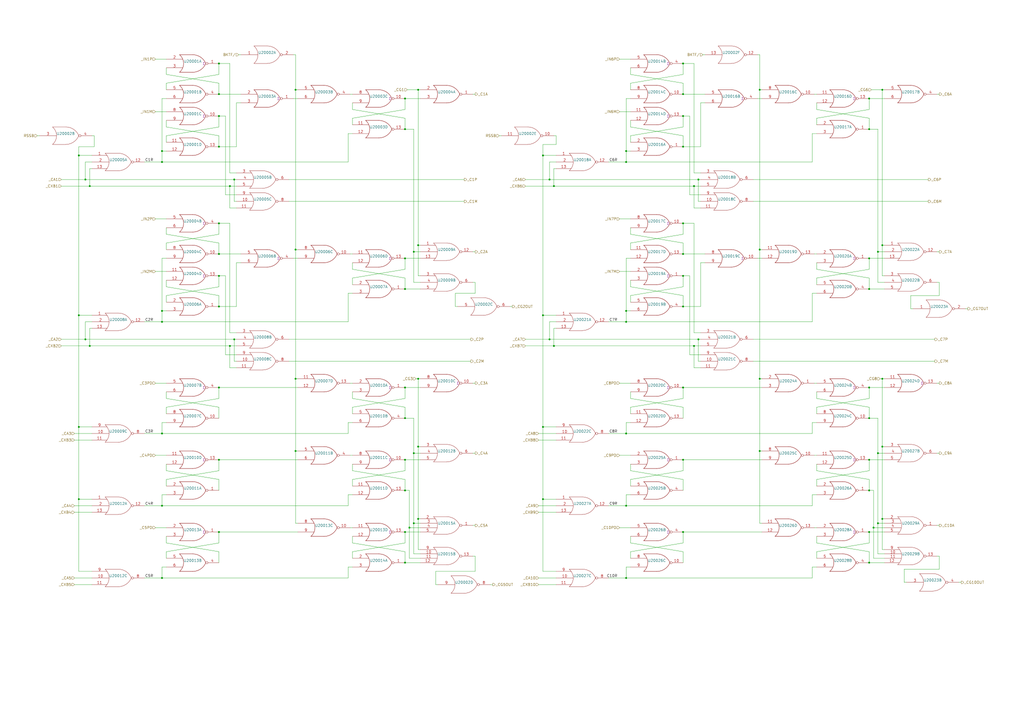
<source format=kicad_sch>
(kicad_sch (version 20211123) (generator eeschema)
  (paper "A2")
  (junction (at 440.69 144.78))
  (junction (at 318.77 104.14))
  (junction (at 504.19 224.79))
  (junction (at 133.35 107.95))
  (junction (at 242.57 219.71))
  (junction (at 234.95 224.79))
  (junction (at 234.95 326.39))
  (junction (at 506.73 306.07))
  (junction (at 363.22 93.98))
  (junction (at 511.81 142.24))
  (junction (at 363.22 335.28))
  (junction (at 509.27 262.89))
  (junction (at 504.19 284.48))
  (junction (at 240.03 262.89))
  (junction (at 234.95 266.7))
  (junction (at 234.95 308.61))
  (junction (at 242.57 300.99))
  (junction (at 127 67.31))
  (junction (at 127 224.79))
  (junction (at 396.24 36.83))
  (junction (at 93.98 335.28))
  (junction (at 135.89 104.14))
  (junction (at 127 85.09))
  (junction (at 396.24 85.09))
  (junction (at 511.81 219.71))
  (junction (at 363.22 180.34))
  (junction (at 234.95 167.64))
  (junction (at 45.72 182.88))
  (junction (at 363.22 87.63))
  (junction (at 396.24 129.54))
  (junction (at 511.81 300.99))
  (junction (at 234.95 242.57))
  (junction (at 402.59 200.66))
  (junction (at 504.19 74.93))
  (junction (at 405.13 196.85))
  (junction (at 93.98 293.37))
  (junction (at 234.95 284.48))
  (junction (at 45.72 289.56))
  (junction (at 504.19 57.15))
  (junction (at 504.19 266.7))
  (junction (at 396.24 147.32))
  (junction (at 504.19 308.61))
  (junction (at 363.22 293.37))
  (junction (at 242.57 259.08))
  (junction (at 321.31 200.66))
  (junction (at 127 266.7))
  (junction (at 396.24 177.8))
  (junction (at 127 177.8))
  (junction (at 240.03 303.53))
  (junction (at 504.19 326.39))
  (junction (at 440.69 219.71))
  (junction (at 171.45 219.71))
  (junction (at 504.19 242.57))
  (junction (at 127 36.83))
  (junction (at 93.98 251.46))
  (junction (at 234.95 74.93))
  (junction (at 237.49 306.07))
  (junction (at 509.27 303.53))
  (junction (at 396.24 160.02))
  (junction (at 52.07 107.95))
  (junction (at 396.24 54.61))
  (junction (at 321.31 107.95))
  (junction (at 504.19 167.64))
  (junction (at 396.24 266.7))
  (junction (at 242.57 142.24))
  (junction (at 93.98 180.34))
  (junction (at 402.59 107.95))
  (junction (at 314.96 182.88))
  (junction (at 314.96 90.17))
  (junction (at 440.69 261.62))
  (junction (at 240.03 146.05))
  (junction (at 242.57 52.07))
  (junction (at 396.24 67.31))
  (junction (at 511.81 52.07))
  (junction (at 127 147.32))
  (junction (at 234.95 57.15))
  (junction (at 45.72 247.65))
  (junction (at 93.98 186.69))
  (junction (at 405.13 104.14))
  (junction (at 314.96 247.65))
  (junction (at 318.77 196.85))
  (junction (at 49.53 104.14))
  (junction (at 511.81 259.08))
  (junction (at 133.35 200.66))
  (junction (at 135.89 196.85))
  (junction (at 49.53 196.85))
  (junction (at 363.22 186.69))
  (junction (at 93.98 87.63))
  (junction (at 504.19 149.86))
  (junction (at 171.45 52.07))
  (junction (at 127 308.61))
  (junction (at 234.95 149.86))
  (junction (at 127 160.02))
  (junction (at 127 129.54))
  (junction (at 363.22 251.46))
  (junction (at 45.72 90.17))
  (junction (at 396.24 308.61))
  (junction (at 396.24 224.79))
  (junction (at 509.27 146.05))
  (junction (at 93.98 93.98))
  (junction (at 440.69 52.07))
  (junction (at 314.96 289.56))
  (junction (at 127 54.61))
  (junction (at 171.45 261.62))
  (junction (at 52.07 200.66))
  (junction (at 171.45 144.78))
  (wire (pts (xy 441.96 266.7) (xy 396.24 266.7)))
  (wire (pts (xy 127 320.04) (xy 96.52 314.96)))
  (wire (pts (xy 137.16 85.09) (xy 137.16 59.69)))
  (wire (pts (xy 506.73 284.48) (xy 506.73 306.07)))
  (wire (pts (xy 45.72 182.88) (xy 45.72 247.65)))
  (wire (pts (xy 133.35 129.54) (xy 133.35 193.04)))
  (wire (pts (xy 170.18 149.86) (xy 172.72 149.86)))
  (wire (pts (xy 93.98 87.63) (xy 96.52 87.63)))
  (wire (pts (xy 365.76 171.45) (xy 365.76 175.26)))
  (wire (pts (xy 234.95 57.15) (xy 243.84 57.15)))
  (wire (pts (xy 363.22 57.15) (xy 363.22 87.63)))
  (wire (pts (xy 240.03 303.53) (xy 240.03 321.31)))
  (wire (pts (xy 509.27 262.89) (xy 513.08 262.89)))
  (wire (pts (xy 363.22 87.63) (xy 363.22 93.98)))
  (wire (pts (xy 396.24 278.13) (xy 365.76 273.05)))
  (wire (pts (xy 353.06 335.28) (xy 363.22 335.28)))
  (wire (pts (xy 172.72 308.61) (xy 127 308.61)))
  (wire (pts (xy 49.53 196.85) (xy 49.53 186.69)))
  (wire (pts (xy 171.45 52.07) (xy 172.72 52.07)))
  (wire (pts (xy 504.19 57.15) (xy 504.19 63.5)))
  (wire (pts (xy 396.24 314.96) (xy 365.76 320.04)))
  (wire (pts (xy 314.96 182.88) (xy 322.58 182.88)))
  (wire (pts (xy 96.52 127) (xy 90.17 127)))
  (wire (pts (xy 472.44 264.16) (xy 473.71 264.16)))
  (wire (pts (xy 504.19 149.86) (xy 513.08 149.86)))
  (wire (pts (xy 312.42 293.37) (xy 322.58 293.37)))
  (wire (pts (xy 504.19 74.93) (xy 509.27 74.93)))
  (wire (pts (xy 172.72 266.7) (xy 127 266.7)))
  (wire (pts (xy 127 85.09) (xy 127 78.74)))
  (wire (pts (xy 96.52 166.37) (xy 96.52 162.56)))
  (wire (pts (xy 440.69 261.62) (xy 440.69 303.53)))
  (wire (pts (xy 127 54.61) (xy 127 48.26)))
  (wire (pts (xy 363.22 293.37) (xy 471.17 293.37)))
  (wire (pts (xy 439.42 31.75) (xy 440.69 31.75)))
  (wire (pts (xy 504.19 63.5) (xy 473.71 68.58)))
  (wire (pts (xy 544.83 54.61) (xy 543.56 54.61)))
  (wire (pts (xy 171.45 52.07) (xy 171.45 144.78)))
  (wire (pts (xy 93.98 57.15) (xy 96.52 57.15)))
  (wire (pts (xy 321.31 200.66) (xy 402.59 200.66)))
  (wire (pts (xy 440.69 261.62) (xy 441.96 261.62)))
  (wire (pts (xy 365.76 157.48) (xy 359.41 157.48)))
  (wire (pts (xy 363.22 251.46) (xy 471.17 251.46)))
  (wire (pts (xy 53.34 255.27) (xy 43.18 255.27)))
  (wire (pts (xy 234.95 273.05) (xy 204.47 278.13)))
  (wire (pts (xy 96.52 135.89) (xy 96.52 132.08)))
  (wire (pts (xy 96.52 278.13) (xy 96.52 281.94)))
  (wire (pts (xy 318.77 104.14) (xy 318.77 93.98)))
  (wire (pts (xy 45.72 331.47) (xy 53.34 331.47)))
  (wire (pts (xy 406.4 177.8) (xy 406.4 152.4)))
  (wire (pts (xy 127 73.66) (xy 96.52 78.74)))
  (wire (pts (xy 96.52 222.25) (xy 90.17 222.25)))
  (wire (pts (xy 127 135.89) (xy 96.52 140.97)))
  (wire (pts (xy 365.76 48.26) (xy 365.76 52.07)))
  (wire (pts (xy 275.59 54.61) (xy 274.32 54.61)))
  (wire (pts (xy 203.2 54.61) (xy 204.47 54.61)))
  (wire (pts (xy 314.96 289.56) (xy 314.96 331.47)))
  (wire (pts (xy 365.76 236.22) (xy 365.76 240.03)))
  (wire (pts (xy 234.95 63.5) (xy 204.47 68.58)))
  (wire (pts (xy 93.98 87.63) (xy 93.98 93.98)))
  (wire (pts (xy 96.52 171.45) (xy 96.52 175.26)))
  (wire (pts (xy 406.4 152.4) (xy 408.94 152.4)))
  (wire (pts (xy 201.93 93.98) (xy 201.93 77.47)))
  (wire (pts (xy 135.89 209.55) (xy 137.16 209.55)))
  (wire (pts (xy 52.07 97.79) (xy 52.07 107.95)))
  (wire (pts (xy 406.4 59.69) (xy 408.94 59.69)))
  (wire (pts (xy 133.35 200.66) (xy 137.16 200.66)))
  (wire (pts (xy 240.03 321.31) (xy 243.84 321.31)))
  (wire (pts (xy 365.76 278.13) (xy 365.76 281.94)))
  (wire (pts (xy 318.77 196.85) (xy 405.13 196.85)))
  (wire (pts (xy 167.64 196.85) (xy 273.05 196.85)))
  (wire (pts (xy 473.71 161.29) (xy 473.71 165.1)))
  (wire (pts (xy 314.96 247.65) (xy 322.58 247.65)))
  (wire (pts (xy 353.06 186.69) (xy 363.22 186.69)))
  (wire (pts (xy 127 85.09) (xy 137.16 85.09)))
  (wire (pts (xy 396.24 308.61) (xy 396.24 314.96)))
  (wire (pts (xy 400.05 205.74) (xy 406.4 205.74)))
  (wire (pts (xy 252.73 339.09) (xy 252.73 331.47)))
  (wire (pts (xy 234.95 231.14) (xy 204.47 236.22)))
  (wire (pts (xy 365.76 64.77) (xy 359.41 64.77)))
  (wire (pts (xy 363.22 149.86) (xy 363.22 180.34)))
  (wire (pts (xy 318.77 93.98) (xy 322.58 93.98)))
  (wire (pts (xy 96.52 236.22) (xy 96.52 240.03)))
  (wire (pts (xy 504.19 149.86) (xy 504.19 156.21)))
  (wire (pts (xy 234.95 161.29) (xy 204.47 156.21)))
  (wire (pts (xy 504.19 320.04) (xy 473.71 314.96)))
  (wire (pts (xy 203.2 147.32) (xy 204.47 147.32)))
  (wire (pts (xy 363.22 245.11) (xy 365.76 245.11)))
  (wire (pts (xy 511.81 259.08) (xy 513.08 259.08)))
  (wire (pts (xy 471.17 251.46) (xy 471.17 245.11)))
  (wire (pts (xy 127 231.14) (xy 96.52 236.22)))
  (wire (pts (xy 363.22 57.15) (xy 365.76 57.15)))
  (wire (pts (xy 363.22 328.93) (xy 365.76 328.93)))
  (wire (pts (xy 242.57 219.71) (xy 243.84 219.71)))
  (wire (pts (xy 96.52 157.48) (xy 90.17 157.48)))
  (wire (pts (xy 203.2 264.16) (xy 204.47 264.16)))
  (wire (pts (xy 204.47 320.04) (xy 204.47 323.85)))
  (wire (pts (xy 234.95 236.22) (xy 204.47 231.14)))
  (wire (pts (xy 171.45 31.75) (xy 171.45 52.07)))
  (wire (pts (xy 96.52 306.07) (xy 90.17 306.07)))
  (wire (pts (xy 504.19 236.22) (xy 473.71 231.14)))
  (wire (pts (xy 473.71 320.04) (xy 473.71 323.85)))
  (wire (pts (xy 363.22 287.02) (xy 365.76 287.02)))
  (wire (pts (xy 504.19 224.79) (xy 513.08 224.79)))
  (wire (pts (xy 396.24 273.05) (xy 365.76 278.13)))
  (wire (pts (xy 96.52 64.77) (xy 90.17 64.77)))
  (wire (pts (xy 171.45 303.53) (xy 172.72 303.53)))
  (wire (pts (xy 96.52 320.04) (xy 96.52 323.85)))
  (wire (pts (xy 275.59 170.18) (xy 275.59 163.83)))
  (wire (pts (xy 365.76 135.89) (xy 365.76 132.08)))
  (wire (pts (xy 240.03 262.89) (xy 243.84 262.89)))
  (wire (pts (xy 544.83 146.05) (xy 543.56 146.05)))
  (wire (pts (xy 353.06 251.46) (xy 363.22 251.46)))
  (wire (pts (xy 93.98 180.34) (xy 96.52 180.34)))
  (wire (pts (xy 127 67.31) (xy 127 73.66)))
  (wire (pts (xy 22.86 78.74) (xy 21.59 78.74)))
  (wire (pts (xy 52.07 190.5) (xy 52.07 200.66)))
  (wire (pts (xy 49.53 186.69) (xy 53.34 186.69)))
  (wire (pts (xy 127 236.22) (xy 96.52 231.14)))
  (wire (pts (xy 318.77 104.14) (xy 405.13 104.14)))
  (wire (pts (xy 53.34 297.18) (xy 43.18 297.18)))
  (wire (pts (xy 304.8 200.66) (xy 321.31 200.66)))
  (wire (pts (xy 543.56 322.58) (xy 544.83 322.58)))
  (wire (pts (xy 167.64 209.55) (xy 273.05 209.55)))
  (wire (pts (xy 93.98 149.86) (xy 93.98 180.34)))
  (wire (pts (xy 511.81 219.71) (xy 513.08 219.71)))
  (wire (pts (xy 396.24 36.83) (xy 396.24 43.18)))
  (wire (pts (xy 544.83 171.45) (xy 528.32 171.45)))
  (wire (pts (xy 171.45 219.71) (xy 172.72 219.71)))
  (wire (pts (xy 242.57 160.02) (xy 243.84 160.02)))
  (wire (pts (xy 471.17 287.02) (xy 473.71 287.02)))
  (wire (pts (xy 528.32 171.45) (xy 528.32 179.07)))
  (wire (pts (xy 133.35 107.95) (xy 137.16 107.95)))
  (wire (pts (xy 365.76 166.37) (xy 365.76 162.56)))
  (wire (pts (xy 201.93 251.46) (xy 201.93 245.11)))
  (wire (pts (xy 402.59 36.83) (xy 402.59 100.33)))
  (wire (pts (xy 167.64 116.84) (xy 269.24 116.84)))
  (wire (pts (xy 201.93 328.93) (xy 204.47 328.93)))
  (wire (pts (xy 363.22 186.69) (xy 471.17 186.69)))
  (wire (pts (xy 504.19 284.48) (xy 504.19 278.13)))
  (wire (pts (xy 127 308.61) (xy 127 314.96)))
  (wire (pts (xy 363.22 245.11) (xy 363.22 251.46)))
  (wire (pts (xy 509.27 321.31) (xy 513.08 321.31)))
  (wire (pts (xy 234.95 149.86) (xy 243.84 149.86)))
  (wire (pts (xy 406.4 85.09) (xy 406.4 59.69)))
  (wire (pts (xy 35.56 104.14) (xy 49.53 104.14)))
  (wire (pts (xy 201.93 77.47) (xy 204.47 77.47)))
  (wire (pts (xy 43.18 335.28) (xy 53.34 335.28)))
  (wire (pts (xy 127 54.61) (xy 139.7 54.61)))
  (wire (pts (xy 405.13 196.85) (xy 405.13 209.55)))
  (wire (pts (xy 544.83 322.58) (xy 544.83 330.2)))
  (wire (pts (xy 237.49 306.07) (xy 237.49 323.85)))
  (wire (pts (xy 234.95 314.96) (xy 204.47 320.04)))
  (wire (pts (xy 396.24 266.7) (xy 396.24 273.05)))
  (wire (pts (xy 314.96 83.82) (xy 322.58 83.82)))
  (wire (pts (xy 504.19 273.05) (xy 473.71 278.13)))
  (wire (pts (xy 365.76 320.04) (xy 365.76 323.85)))
  (wire (pts (xy 322.58 190.5) (xy 321.31 190.5)))
  (wire (pts (xy 127 78.74) (xy 96.52 73.66)))
  (wire (pts (xy 509.27 146.05) (xy 513.08 146.05)))
  (wire (pts (xy 314.96 247.65) (xy 314.96 289.56)))
  (wire (pts (xy 83.82 186.69) (xy 93.98 186.69)))
  (wire (pts (xy 93.98 328.93) (xy 96.52 328.93)))
  (wire (pts (xy 314.96 90.17) (xy 314.96 182.88)))
  (wire (pts (xy 441.96 308.61) (xy 396.24 308.61)))
  (wire (pts (xy 130.81 205.74) (xy 137.16 205.74)))
  (wire (pts (xy 204.47 156.21) (xy 204.47 152.4)))
  (wire (pts (xy 365.76 231.14) (xy 365.76 227.33)))
  (wire (pts (xy 396.24 67.31) (xy 396.24 73.66)))
  (wire (pts (xy 543.56 163.83) (xy 544.83 163.83)))
  (wire (pts (xy 396.24 284.48) (xy 396.24 278.13)))
  (wire (pts (xy 441.96 224.79) (xy 396.24 224.79)))
  (wire (pts (xy 400.05 160.02) (xy 400.05 205.74)))
  (wire (pts (xy 405.13 196.85) (xy 406.4 196.85)))
  (wire (pts (xy 396.24 166.37) (xy 365.76 171.45)))
  (wire (pts (xy 290.83 78.74) (xy 289.56 78.74)))
  (wire (pts (xy 284.48 339.09) (xy 285.75 339.09)))
  (wire (pts (xy 314.96 289.56) (xy 322.58 289.56)))
  (wire (pts (xy 511.81 300.99) (xy 511.81 318.77)))
  (wire (pts (xy 304.8 104.14) (xy 318.77 104.14)))
  (wire (pts (xy 203.2 306.07) (xy 204.47 306.07)))
  (wire (pts (xy 321.31 107.95) (xy 402.59 107.95)))
  (wire (pts (xy 240.03 163.83) (xy 243.84 163.83)))
  (wire (pts (xy 440.69 144.78) (xy 441.96 144.78)))
  (wire (pts (xy 96.52 314.96) (xy 96.52 311.15)))
  (wire (pts (xy 504.19 308.61) (xy 504.19 314.96)))
  (wire (pts (xy 509.27 74.93) (xy 509.27 146.05)))
  (wire (pts (xy 49.53 196.85) (xy 135.89 196.85)))
  (wire (pts (xy 234.95 284.48) (xy 234.95 278.13)))
  (wire (pts (xy 511.81 52.07) (xy 513.08 52.07)))
  (wire (pts (xy 171.45 144.78) (xy 171.45 219.71)))
  (wire (pts (xy 201.93 245.11) (xy 204.47 245.11)))
  (wire (pts (xy 473.71 314.96) (xy 473.71 311.15)))
  (wire (pts (xy 204.47 63.5) (xy 204.47 59.69)))
  (wire (pts (xy 396.24 231.14) (xy 365.76 236.22)))
  (wire (pts (xy 35.56 200.66) (xy 52.07 200.66)))
  (wire (pts (xy 242.57 52.07) (xy 242.57 142.24)))
  (wire (pts (xy 405.13 209.55) (xy 406.4 209.55)))
  (wire (pts (xy 204.47 273.05) (xy 204.47 269.24)))
  (wire (pts (xy 506.73 306.07) (xy 513.08 306.07)))
  (wire (pts (xy 312.42 335.28) (xy 322.58 335.28)))
  (wire (pts (xy 35.56 107.95) (xy 52.07 107.95)))
  (wire (pts (xy 170.18 57.15) (xy 172.72 57.15)))
  (wire (pts (xy 127 160.02) (xy 130.81 160.02)))
  (wire (pts (xy 234.95 266.7) (xy 234.95 273.05)))
  (wire (pts (xy 396.24 326.39) (xy 396.24 320.04)))
  (wire (pts (xy 236.22 52.07) (xy 242.57 52.07)))
  (wire (pts (xy 363.22 149.86) (xy 365.76 149.86)))
  (wire (pts (xy 436.88 104.14) (xy 538.48 104.14)))
  (wire (pts (xy 511.81 318.77) (xy 513.08 318.77)))
  (wire (pts (xy 240.03 242.57) (xy 240.03 262.89)))
  (wire (pts (xy 365.76 306.07) (xy 359.41 306.07)))
  (wire (pts (xy 96.52 48.26) (xy 96.52 52.07)))
  (wire (pts (xy 96.52 140.97) (xy 96.52 144.78)))
  (wire (pts (xy 396.24 140.97) (xy 365.76 135.89)))
  (wire (pts (xy 396.24 171.45) (xy 365.76 166.37)))
  (wire (pts (xy 93.98 287.02) (xy 96.52 287.02)))
  (wire (pts (xy 504.19 224.79) (xy 504.19 231.14)))
  (wire (pts (xy 237.49 284.48) (xy 237.49 306.07)))
  (wire (pts (xy 396.24 54.61) (xy 408.94 54.61)))
  (wire (pts (xy 127 326.39) (xy 127 320.04)))
  (wire (pts (xy 130.81 67.31) (xy 130.81 113.03)))
  (wire (pts (xy 204.47 231.14) (xy 204.47 227.33)))
  (wire (pts (xy 504.19 167.64) (xy 504.19 161.29)))
  (wire (pts (xy 45.72 90.17) (xy 45.72 182.88)))
  (wire (pts (xy 127 160.02) (xy 127 166.37)))
  (wire (pts (xy 53.34 339.09) (xy 43.18 339.09)))
  (wire (pts (xy 396.24 224.79) (xy 396.24 231.14)))
  (wire (pts (xy 45.72 182.88) (xy 53.34 182.88)))
  (wire (pts (xy 505.46 52.07) (xy 511.81 52.07)))
  (wire (pts (xy 171.45 261.62) (xy 172.72 261.62)))
  (wire (pts (xy 471.17 335.28) (xy 471.17 328.93)))
  (wire (pts (xy 471.17 245.11) (xy 473.71 245.11)))
  (wire (pts (xy 440.69 31.75) (xy 440.69 52.07)))
  (wire (pts (xy 365.76 127) (xy 359.41 127)))
  (wire (pts (xy 504.19 242.57) (xy 509.27 242.57)))
  (wire (pts (xy 133.35 120.65) (xy 137.16 120.65)))
  (wire (pts (xy 471.17 186.69) (xy 471.17 170.18)))
  (wire (pts (xy 402.59 107.95) (xy 402.59 120.65)))
  (wire (pts (xy 240.03 262.89) (xy 240.03 303.53)))
  (wire (pts (xy 53.34 190.5) (xy 52.07 190.5)))
  (wire (pts (xy 45.72 247.65) (xy 45.72 289.56)))
  (wire (pts (xy 127 314.96) (xy 96.52 320.04)))
  (wire (pts (xy 237.49 323.85) (xy 243.84 323.85)))
  (wire (pts (xy 201.93 170.18) (xy 204.47 170.18)))
  (wire (pts (xy 396.24 160.02) (xy 396.24 166.37)))
  (wire (pts (xy 440.69 52.07) (xy 440.69 144.78)))
  (wire (pts (xy 204.47 236.22) (xy 204.47 240.03)))
  (wire (pts (xy 528.32 179.07) (xy 529.59 179.07)))
  (wire (pts (xy 402.59 129.54) (xy 402.59 193.04)))
  (wire (pts (xy 242.57 142.24) (xy 242.57 160.02)))
  (wire (pts (xy 506.73 323.85) (xy 513.08 323.85)))
  (wire (pts (xy 473.71 278.13) (xy 473.71 281.94)))
  (wire (pts (xy 511.81 142.24) (xy 513.08 142.24)))
  (wire (pts (xy 52.07 107.95) (xy 133.35 107.95)))
  (wire (pts (xy 396.24 177.8) (xy 396.24 171.45)))
  (wire (pts (xy 504.19 57.15) (xy 513.08 57.15)))
  (wire (pts (xy 171.45 261.62) (xy 171.45 303.53)))
  (wire (pts (xy 135.89 116.84) (xy 137.16 116.84)))
  (wire (pts (xy 472.44 306.07) (xy 473.71 306.07)))
  (wire (pts (xy 511.81 219.71) (xy 511.81 259.08)))
  (wire (pts (xy 402.59 193.04) (xy 406.4 193.04)))
  (wire (pts (xy 45.72 90.17) (xy 53.34 90.17)))
  (wire (pts (xy 440.69 219.71) (xy 441.96 219.71)))
  (wire (pts (xy 322.58 97.79) (xy 321.31 97.79)))
  (wire (pts (xy 54.61 78.74) (xy 54.61 85.09)))
  (wire (pts (xy 135.89 196.85) (xy 135.89 209.55)))
  (wire (pts (xy 83.82 293.37) (xy 93.98 293.37)))
  (wire (pts (xy 133.35 36.83) (xy 133.35 100.33)))
  (wire (pts (xy 504.19 326.39) (xy 513.08 326.39)))
  (wire (pts (xy 556.26 337.82) (xy 557.53 337.82)))
  (wire (pts (xy 314.96 83.82) (xy 314.96 90.17)))
  (wire (pts (xy 363.22 287.02) (xy 363.22 293.37)))
  (wire (pts (xy 204.47 278.13) (xy 204.47 281.94)))
  (wire (pts (xy 396.24 177.8) (xy 406.4 177.8)))
  (wire (pts (xy 133.35 100.33) (xy 137.16 100.33)))
  (wire (pts (xy 45.72 85.09) (xy 45.72 90.17)))
  (wire (pts (xy 127 36.83) (xy 127 43.18)))
  (wire (pts (xy 473.71 156.21) (xy 473.71 152.4)))
  (wire (pts (xy 265.43 177.8) (xy 264.16 177.8)))
  (wire (pts (xy 93.98 93.98) (xy 201.93 93.98)))
  (wire (pts (xy 353.06 93.98) (xy 363.22 93.98)))
  (wire (pts (xy 93.98 186.69) (xy 201.93 186.69)))
  (wire (pts (xy 440.69 144.78) (xy 440.69 219.71)))
  (wire (pts (xy 93.98 57.15) (xy 93.98 87.63)))
  (wire (pts (xy 127 284.48) (xy 127 278.13)))
  (wire (pts (xy 127 67.31) (xy 130.81 67.31)))
  (wire (pts (xy 274.32 163.83) (xy 275.59 163.83)))
  (wire (pts (xy 54.61 78.74) (xy 53.34 78.74)))
  (wire (pts (xy 396.24 73.66) (xy 365.76 78.74)))
  (wire (pts (xy 439.42 57.15) (xy 441.96 57.15)))
  (wire (pts (xy 402.59 120.65) (xy 406.4 120.65)))
  (wire (pts (xy 203.2 222.25) (xy 204.47 222.25)))
  (wire (pts (xy 133.35 200.66) (xy 133.35 213.36)))
  (wire (pts (xy 402.59 200.66) (xy 406.4 200.66)))
  (wire (pts (xy 237.49 306.07) (xy 243.84 306.07)))
  (wire (pts (xy 127 129.54) (xy 133.35 129.54)))
  (wire (pts (xy 504.19 266.7) (xy 513.08 266.7)))
  (wire (pts (xy 504.19 167.64) (xy 513.08 167.64)))
  (wire (pts (xy 137.16 177.8) (xy 137.16 152.4)))
  (wire (pts (xy 436.88 209.55) (xy 542.29 209.55)))
  (wire (pts (xy 511.81 160.02) (xy 513.08 160.02)))
  (wire (pts (xy 275.59 222.25) (xy 274.32 222.25)))
  (wire (pts (xy 396.24 129.54) (xy 396.24 135.89)))
  (wire (pts (xy 240.03 146.05) (xy 243.84 146.05)))
  (wire (pts (xy 363.22 87.63) (xy 365.76 87.63)))
  (wire (pts (xy 544.83 163.83) (xy 544.83 171.45)))
  (wire (pts (xy 241.3 219.71) (xy 242.57 219.71)))
  (wire (pts (xy 473.71 63.5) (xy 473.71 59.69)))
  (wire (pts (xy 504.19 308.61) (xy 513.08 308.61)))
  (wire (pts (xy 321.31 190.5) (xy 321.31 200.66)))
  (wire (pts (xy 365.76 43.18) (xy 365.76 39.37)))
  (wire (pts (xy 242.57 300.99) (xy 243.84 300.99)))
  (wire (pts (xy 400.05 67.31) (xy 400.05 113.03)))
  (wire (pts (xy 204.47 161.29) (xy 204.47 165.1)))
  (wire (pts (xy 242.57 318.77) (xy 243.84 318.77)))
  (wire (pts (xy 234.95 278.13) (xy 204.47 273.05)))
  (wire (pts (xy 127 177.8) (xy 137.16 177.8)))
  (wire (pts (xy 252.73 331.47) (xy 275.59 331.47)))
  (wire (pts (xy 402.59 100.33) (xy 406.4 100.33)))
  (wire (pts (xy 242.57 300.99) (xy 242.57 318.77)))
  (wire (pts (xy 83.82 335.28) (xy 93.98 335.28)))
  (wire (pts (xy 473.71 231.14) (xy 473.71 227.33)))
  (wire (pts (xy 127 147.32) (xy 139.7 147.32)))
  (wire (pts (xy 321.31 97.79) (xy 321.31 107.95)))
  (wire (pts (xy 93.98 293.37) (xy 201.93 293.37)))
  (wire (pts (xy 402.59 107.95) (xy 406.4 107.95)))
  (wire (pts (xy 234.95 308.61) (xy 243.84 308.61)))
  (wire (pts (xy 396.24 43.18) (xy 365.76 48.26)))
  (wire (pts (xy 201.93 186.69) (xy 201.93 170.18)))
  (wire (pts (xy 504.19 156.21) (xy 473.71 161.29)))
  (wire (pts (xy 137.16 152.4) (xy 139.7 152.4)))
  (wire (pts (xy 96.52 78.74) (xy 96.52 82.55)))
  (wire (pts (xy 137.16 59.69) (xy 139.7 59.69)))
  (wire (pts (xy 274.32 322.58) (xy 275.59 322.58)))
  (wire (pts (xy 275.59 146.05) (xy 274.32 146.05)))
  (wire (pts (xy 473.71 68.58) (xy 473.71 72.39)))
  (wire (pts (xy 93.98 149.86) (xy 96.52 149.86)))
  (wire (pts (xy 135.89 196.85) (xy 137.16 196.85)))
  (wire (pts (xy 96.52 231.14) (xy 96.52 227.33)))
  (wire (pts (xy 365.76 34.29) (xy 359.41 34.29)))
  (wire (pts (xy 524.51 337.82) (xy 525.78 337.82)))
  (wire (pts (xy 93.98 287.02) (xy 93.98 293.37)))
  (wire (pts (xy 314.96 90.17) (xy 322.58 90.17)))
  (wire (pts (xy 96.52 43.18) (xy 96.52 39.37)))
  (wire (pts (xy 396.24 147.32) (xy 396.24 140.97)))
  (wire (pts (xy 275.59 331.47) (xy 275.59 322.58)))
  (wire (pts (xy 49.53 93.98) (xy 53.34 93.98)))
  (wire (pts (xy 127 166.37) (xy 96.52 171.45)))
  (wire (pts (xy 171.45 144.78) (xy 172.72 144.78)))
  (wire (pts (xy 365.76 273.05) (xy 365.76 269.24)))
  (wire (pts (xy 204.47 314.96) (xy 204.47 311.15)))
  (wire (pts (xy 127 48.26) (xy 96.52 43.18)))
  (wire (pts (xy 45.72 289.56) (xy 45.72 331.47)))
  (wire (pts (xy 43.18 293.37) (xy 53.34 293.37)))
  (wire (pts (xy 93.98 335.28) (xy 201.93 335.28)))
  (wire (pts (xy 133.35 213.36) (xy 137.16 213.36)))
  (wire (pts (xy 93.98 180.34) (xy 93.98 186.69)))
  (wire (pts (xy 396.24 147.32) (xy 408.94 147.32)))
  (wire (pts (xy 133.35 107.95) (xy 133.35 120.65)))
  (wire (pts (xy 139.7 31.75) (xy 138.43 31.75)))
  (wire (pts (xy 440.69 52.07) (xy 441.96 52.07)))
  (wire (pts (xy 510.54 219.71) (xy 511.81 219.71)))
  (wire (pts (xy 127 43.18) (xy 96.52 48.26)))
  (wire (pts (xy 304.8 107.95) (xy 321.31 107.95)))
  (wire (pts (xy 511.81 259.08) (xy 511.81 300.99)))
  (wire (pts (xy 396.24 36.83) (xy 402.59 36.83)))
  (wire (pts (xy 234.95 167.64) (xy 243.84 167.64)))
  (wire (pts (xy 504.19 314.96) (xy 473.71 320.04)))
  (wire (pts (xy 471.17 293.37) (xy 471.17 287.02)))
  (wire (pts (xy 504.19 266.7) (xy 504.19 273.05)))
  (wire (pts (xy 365.76 314.96) (xy 365.76 311.15)))
  (wire (pts (xy 472.44 54.61) (xy 473.71 54.61)))
  (wire (pts (xy 506.73 306.07) (xy 506.73 323.85)))
  (wire (pts (xy 396.24 67.31) (xy 400.05 67.31)))
  (wire (pts (xy 363.22 180.34) (xy 363.22 186.69)))
  (wire (pts (xy 304.8 196.85) (xy 318.77 196.85)))
  (wire (pts (xy 509.27 262.89) (xy 509.27 303.53)))
  (wire (pts (xy 314.96 182.88) (xy 314.96 247.65)))
  (wire (pts (xy 93.98 245.11) (xy 93.98 251.46)))
  (wire (pts (xy 312.42 251.46) (xy 322.58 251.46)))
  (wire (pts (xy 234.95 68.58) (xy 204.47 63.5)))
  (wire (pts (xy 504.19 68.58) (xy 473.71 63.5)))
  (wire (pts (xy 96.52 273.05) (xy 96.52 269.24)))
  (wire (pts (xy 275.59 304.8) (xy 274.32 304.8)))
  (wire (pts (xy 509.27 163.83) (xy 513.08 163.83)))
  (wire (pts (xy 234.95 326.39) (xy 243.84 326.39)))
  (wire (pts (xy 264.16 170.18) (xy 275.59 170.18)))
  (wire (pts (xy 53.34 97.79) (xy 52.07 97.79)))
  (wire (pts (xy 471.17 93.98) (xy 471.17 77.47)))
  (wire (pts (xy 234.95 320.04) (xy 204.47 314.96)))
  (wire (pts (xy 127 242.57) (xy 127 236.22)))
  (wire (pts (xy 96.52 34.29) (xy 90.17 34.29)))
  (wire (pts (xy 234.95 167.64) (xy 234.95 161.29)))
  (wire (pts (xy 43.18 251.46) (xy 53.34 251.46)))
  (wire (pts (xy 396.24 242.57) (xy 396.24 236.22)))
  (wire (pts (xy 365.76 222.25) (xy 359.41 222.25)))
  (wire (pts (xy 130.81 113.03) (xy 137.16 113.03)))
  (wire (pts (xy 504.19 231.14) (xy 473.71 236.22)))
  (wire (pts (xy 96.52 264.16) (xy 90.17 264.16)))
  (wire (pts (xy 234.95 149.86) (xy 234.95 156.21)))
  (wire (pts (xy 504.19 242.57) (xy 504.19 236.22)))
  (wire (pts (xy 45.72 289.56) (xy 53.34 289.56)))
  (wire (pts (xy 135.89 104.14) (xy 137.16 104.14)))
  (wire (pts (xy 405.13 104.14) (xy 406.4 104.14)))
  (wire (pts (xy 83.82 251.46) (xy 93.98 251.46)))
  (wire (pts (xy 322.58 255.27) (xy 312.42 255.27)))
  (wire (pts (xy 511.81 142.24) (xy 511.81 160.02)))
  (wire (pts (xy 544.83 330.2) (xy 524.51 330.2)))
  (wire (pts (xy 54.61 85.09) (xy 45.72 85.09)))
  (wire (pts (xy 396.24 48.26) (xy 365.76 43.18)))
  (wire (pts (xy 436.88 116.84) (xy 538.48 116.84)))
  (wire (pts (xy 127 171.45) (xy 96.52 166.37)))
  (wire (pts (xy 439.42 149.86) (xy 441.96 149.86)))
  (wire (pts (xy 93.98 245.11) (xy 96.52 245.11)))
  (wire (pts (xy 504.19 278.13) (xy 473.71 273.05)))
  (wire (pts (xy 204.47 68.58) (xy 204.47 72.39)))
  (wire (pts (xy 472.44 147.32) (xy 473.71 147.32)))
  (wire (pts (xy 234.95 308.61) (xy 234.95 314.96)))
  (wire (pts (xy 234.95 242.57) (xy 240.03 242.57)))
  (wire (pts (xy 295.91 177.8) (xy 297.18 177.8)))
  (wire (pts (xy 49.53 104.14) (xy 135.89 104.14)))
  (wire (pts (xy 127 278.13) (xy 96.52 273.05)))
  (wire (pts (xy 242.57 142.24) (xy 243.84 142.24)))
  (wire (pts (xy 365.76 264.16) (xy 359.41 264.16)))
  (wire (pts (xy 240.03 146.05) (xy 240.03 163.83)))
  (wire (pts (xy 504.19 284.48) (xy 506.73 284.48)))
  (wire (pts (xy 127 177.8) (xy 127 171.45)))
  (wire (pts (xy 127 266.7) (xy 127 273.05)))
  (wire (pts (xy 544.83 262.89) (xy 543.56 262.89)))
  (wire (pts (xy 322.58 297.18) (xy 312.42 297.18)))
  (wire (pts (xy 133.35 193.04) (xy 137.16 193.04)))
  (wire (pts (xy 52.07 200.66) (xy 133.35 200.66)))
  (wire (pts (xy 201.93 287.02) (xy 204.47 287.02)))
  (wire (pts (xy 318.77 186.69) (xy 322.58 186.69)))
  (wire (pts (xy 396.24 129.54) (xy 402.59 129.54)))
  (wire (pts (xy 275.59 262.89) (xy 274.32 262.89)))
  (wire (pts (xy 396.24 54.61) (xy 396.24 48.26)))
  (wire (pts (xy 264.16 177.8) (xy 264.16 170.18)))
  (wire (pts (xy 363.22 93.98) (xy 471.17 93.98)))
  (wire (pts (xy 504.19 161.29) (xy 473.71 156.21)))
  (wire (pts (xy 365.76 73.66) (xy 365.76 69.85)))
  (wire (pts (xy 353.06 293.37) (xy 363.22 293.37)))
  (wire (pts (xy 524.51 330.2) (xy 524.51 337.82)))
  (wire (pts (xy 436.88 196.85) (xy 542.29 196.85)))
  (wire (pts (xy 234.95 74.93) (xy 234.95 68.58)))
  (wire (pts (xy 240.03 303.53) (xy 243.84 303.53)))
  (wire (pts (xy 544.83 222.25) (xy 543.56 222.25)))
  (wire (pts (xy 234.95 326.39) (xy 234.95 320.04)))
  (wire (pts (xy 314.96 331.47) (xy 322.58 331.47)))
  (wire (pts (xy 396.24 320.04) (xy 365.76 314.96)))
  (wire (pts (xy 127 129.54) (xy 127 135.89)))
  (wire (pts (xy 405.13 104.14) (xy 405.13 116.84)))
  (wire (pts (xy 242.57 259.08) (xy 242.57 300.99)))
  (wire (pts (xy 234.95 242.57) (xy 234.95 236.22)))
  (wire (pts (xy 440.69 219.71) (xy 440.69 261.62)))
  (wire (pts (xy 234.95 156.21) (xy 204.47 161.29)))
  (wire (pts (xy 234.95 57.15) (xy 234.95 63.5)))
  (wire (pts (xy 35.56 196.85) (xy 49.53 196.85)))
  (wire (pts (xy 242.57 52.07) (xy 243.84 52.07)))
  (wire (pts (xy 473.71 273.05) (xy 473.71 269.24)))
  (wire (pts (xy 234.95 284.48) (xy 237.49 284.48)))
  (wire (pts (xy 544.83 304.8) (xy 543.56 304.8)))
  (wire (pts (xy 396.24 85.09) (xy 406.4 85.09)))
  (wire (pts (xy 172.72 224.79) (xy 127 224.79)))
  (wire (pts (xy 242.57 219.71) (xy 242.57 259.08)))
  (wire (pts (xy 511.81 52.07) (xy 511.81 142.24)))
  (wire (pts (xy 127 273.05) (xy 96.52 278.13)))
  (wire (pts (xy 130.81 160.02) (xy 130.81 205.74)))
  (wire (pts (xy 509.27 303.53) (xy 513.08 303.53)))
  (wire (pts (xy 402.59 213.36) (xy 406.4 213.36)))
  (wire (pts (xy 405.13 116.84) (xy 406.4 116.84)))
  (wire (pts (xy 511.81 300.99) (xy 513.08 300.99)))
  (wire (pts (xy 473.71 236.22) (xy 473.71 240.03)))
  (wire (pts (xy 96.52 73.66) (xy 96.52 69.85)))
  (wire (pts (xy 201.93 293.37) (xy 201.93 287.02)))
  (wire (pts (xy 127 36.83) (xy 133.35 36.83)))
  (wire (pts (xy 504.19 74.93) (xy 504.19 68.58)))
  (wire (pts (xy 396.24 85.09) (xy 396.24 78.74)))
  (wire (pts (xy 242.57 259.08) (xy 243.84 259.08)))
  (wire (pts (xy 509.27 146.05) (xy 509.27 163.83)))
  (wire (pts (xy 471.17 170.18) (xy 473.71 170.18)))
  (wire (pts (xy 322.58 78.74) (xy 321.31 78.74)))
  (wire (pts (xy 365.76 78.74) (xy 365.76 82.55)))
  (wire (pts (xy 472.44 222.25) (xy 473.71 222.25)))
  (wire (pts (xy 170.18 31.75) (xy 171.45 31.75)))
  (wire (pts (xy 400.05 113.03) (xy 406.4 113.03)))
  (wire (pts (xy 408.94 31.75) (xy 407.67 31.75)))
  (wire (pts (xy 135.89 104.14) (xy 135.89 116.84)))
  (wire (pts (xy 167.64 104.14) (xy 269.24 104.14)))
  (wire (pts (xy 318.77 196.85) (xy 318.77 186.69)))
  (wire (pts (xy 234.95 266.7) (xy 243.84 266.7)))
  (wire (pts (xy 471.17 77.47) (xy 473.71 77.47)))
  (wire (pts (xy 234.95 74.93) (xy 240.03 74.93)))
  (wire (pts (xy 83.82 93.98) (xy 93.98 93.98)))
  (wire (pts (xy 471.17 328.93) (xy 473.71 328.93)))
  (wire (pts (xy 127 140.97) (xy 96.52 135.89)))
  (wire (pts (xy 363.22 328.93) (xy 363.22 335.28)))
  (wire (pts (xy 45.72 247.65) (xy 53.34 247.65)))
  (wire (pts (xy 396.24 236.22) (xy 365.76 231.14)))
  (wire (pts (xy 363.22 180.34) (xy 365.76 180.34)))
  (wire (pts (xy 171.45 219.71) (xy 171.45 261.62)))
  (wire (pts (xy 504.19 326.39) (xy 504.19 320.04)))
  (wire (pts (xy 234.95 224.79) (xy 243.84 224.79)))
  (wire (pts (xy 127 147.32) (xy 127 140.97)))
  (wire (pts (xy 365.76 140.97) (xy 365.76 144.78)))
  (wire (pts (xy 322.58 83.82) (xy 322.58 78.74)))
  (wire (pts (xy 396.24 135.89) (xy 365.76 140.97)))
  (wire (pts (xy 49.53 104.14) (xy 49.53 93.98)))
  (wire (pts (xy 240.03 74.93) (xy 240.03 146.05)))
  (wire (pts (xy 127 224.79) (xy 127 231.14)))
  (wire (pts (xy 363.22 335.28) (xy 471.17 335.28)))
  (wire (pts (xy 201.93 335.28) (xy 201.93 328.93)))
  (wire (pts (xy 396.24 160.02) (xy 400.05 160.02)))
  (wire (pts (xy 322.58 339.09) (xy 312.42 339.09)))
  (wire (pts (xy 396.24 78.74) (xy 365.76 73.66)))
  (wire (pts (xy 254 339.09) (xy 252.73 339.09)))
  (wire (pts (xy 93.98 328.93) (xy 93.98 335.28)))
  (wire (pts (xy 234.95 224.79) (xy 234.95 231.14)))
  (wire (pts (xy 440.69 303.53) (xy 441.96 303.53)))
  (wire (pts (xy 509.27 303.53) (xy 509.27 321.31)))
  (wire (pts (xy 402.59 200.66) (xy 402.59 213.36)))
  (wire (pts (xy 93.98 251.46) (xy 201.93 251.46)))
  (wire (pts (xy 509.27 242.57) (xy 509.27 262.89)))
  (wire (pts (xy 560.07 179.07) (xy 561.34 179.07)))
  (label "C6R" (at 358.14 93.98 180) (effects (font (size 1.524 1.524))))
  (label "C7R" (at 358.14 186.69 180) (effects (font (size 1.524 1.524))))
  (label "C3R" (at 88.9 251.46 180) (effects (font (size 1.524 1.524))))
  (label "C4R" (at 88.9 293.37 180) (effects (font (size 1.524 1.524))))
  (label "C8R" (at 358.14 251.46 180) (effects (font (size 1.524 1.524))))
  (label "C9R" (at 358.14 293.37 180) (effects (font (size 1.524 1.524))))
  (label "C10R" (at 358.14 335.28 180) (effects (font (size 1.524 1.524))))
  (label "C1R" (at 88.9 93.98 180) (effects (font (size 1.524 1.524))))
  (label "C5R" (at 88.9 335.28 180) (effects (font (size 1.524 1.524))))
  (label "C2R" (at 88.9 186.69 180) (effects (font (size 1.524 1.524))))
  (hierarchical_label "_CA6" (shape input) (at 304.8 104.14 180) (effects (font (size 1.524 1.524))))
  (hierarchical_label "_C7P" (shape output) (at 542.29 196.85 0) (effects (font (size 1.524 1.524))))
  (hierarchical_label "BKTF/" (shape input) (at 407.67 31.75 180) (effects (font (size 1.524 1.524))))
  (hierarchical_label "_CXB4" (shape input) (at 43.18 297.18 180) (effects (font (size 1.524 1.524))))
  (hierarchical_label "_IN7P" (shape input) (at 359.41 127 180) (effects (font (size 1.524 1.524))))
  (hierarchical_label "_C2P" (shape output) (at 273.05 196.85 0) (effects (font (size 1.524 1.524))))
  (hierarchical_label "_CXB7" (shape input) (at 304.8 200.66 180) (effects (font (size 1.524 1.524))))
  (hierarchical_label "_CG3" (shape input) (at 241.3 219.71 180) (effects (font (size 1.524 1.524))))
  (hierarchical_label "_C10A" (shape output) (at 544.83 304.8 0) (effects (font (size 1.524 1.524))))
  (hierarchical_label "_C2M" (shape output) (at 273.05 209.55 0) (effects (font (size 1.524 1.524))))
  (hierarchical_label "_CA7" (shape input) (at 304.8 196.85 180) (effects (font (size 1.524 1.524))))
  (hierarchical_label "_C5A" (shape output) (at 275.59 304.8 0) (effects (font (size 1.524 1.524))))
  (hierarchical_label "_C2A" (shape output) (at 275.59 146.05 0) (effects (font (size 1.524 1.524))))
  (hierarchical_label "_C6A" (shape output) (at 544.83 54.61 0) (effects (font (size 1.524 1.524))))
  (hierarchical_label "_CXB1" (shape input) (at 35.56 107.95 180) (effects (font (size 1.524 1.524))))
  (hierarchical_label "RSSB" (shape input) (at 289.56 78.74 180) (effects (font (size 1.524 1.524))))
  (hierarchical_label "_CG2OUT" (shape output) (at 297.18 177.8 0) (effects (font (size 1.524 1.524))))
  (hierarchical_label "_C8A" (shape output) (at 544.83 222.25 0) (effects (font (size 1.524 1.524))))
  (hierarchical_label "_CA9" (shape input) (at 312.42 293.37 180) (effects (font (size 1.524 1.524))))
  (hierarchical_label "_C10PD" (shape input) (at 359.41 306.07 180) (effects (font (size 1.524 1.524))))
  (hierarchical_label "_CA4" (shape input) (at 43.18 293.37 180) (effects (font (size 1.524 1.524))))
  (hierarchical_label "_IN2M" (shape input) (at 90.17 157.48 180) (effects (font (size 1.524 1.524))))
  (hierarchical_label "_CA8" (shape input) (at 312.42 251.46 180) (effects (font (size 1.524 1.524))))
  (hierarchical_label "_IN6M" (shape input) (at 359.41 64.77 180) (effects (font (size 1.524 1.524))))
  (hierarchical_label "_C4A" (shape output) (at 275.59 262.89 0) (effects (font (size 1.524 1.524))))
  (hierarchical_label "BKTF/" (shape input) (at 138.43 31.75 180) (effects (font (size 1.524 1.524))))
  (hierarchical_label "_CG5OUT" (shape output) (at 285.75 339.09 0) (effects (font (size 1.524 1.524))))
  (hierarchical_label "_IN7M" (shape input) (at 359.41 157.48 180) (effects (font (size 1.524 1.524))))
  (hierarchical_label "_CXB5" (shape input) (at 43.18 339.09 180) (effects (font (size 1.524 1.524))))
  (hierarchical_label "_CXB8" (shape input) (at 312.42 255.27 180) (effects (font (size 1.524 1.524))))
  (hierarchical_label "_CG1" (shape input) (at 236.22 52.07 180) (effects (font (size 1.524 1.524))))
  (hierarchical_label "_C7M" (shape output) (at 542.29 209.55 0) (effects (font (size 1.524 1.524))))
  (hierarchical_label "_IN1P" (shape input) (at 90.17 34.29 180) (effects (font (size 1.524 1.524))))
  (hierarchical_label "_CG8" (shape input) (at 510.54 219.71 180) (effects (font (size 1.524 1.524))))
  (hierarchical_label "_C5PD" (shape input) (at 90.17 306.07 180) (effects (font (size 1.524 1.524))))
  (hierarchical_label "_C3PD" (shape input) (at 90.17 222.25 180) (effects (font (size 1.524 1.524))))
  (hierarchical_label "_CXB6" (shape input) (at 304.8 107.95 180) (effects (font (size 1.524 1.524))))
  (hierarchical_label "_IN1M" (shape input) (at 90.17 64.77 180) (effects (font (size 1.524 1.524))))
  (hierarchical_label "_C7A" (shape output) (at 544.83 146.05 0) (effects (font (size 1.524 1.524))))
  (hierarchical_label "_C6M" (shape output) (at 538.48 116.84 0) (effects (font (size 1.524 1.524))))
  (hierarchical_label "_CG10OUT" (shape output) (at 557.53 337.82 0) (effects (font (size 1.524 1.524))))
  (hierarchical_label "RSSB" (shape input) (at 21.59 78.74 180) (effects (font (size 1.524 1.524))))
  (hierarchical_label "_C9A" (shape output) (at 544.83 262.89 0) (effects (font (size 1.524 1.524))))
  (hierarchical_label "_CXB3" (shape input) (at 43.18 255.27 180) (effects (font (size 1.524 1.524))))
  (hierarchical_label "_IN6P" (shape input) (at 359.41 34.29 180) (effects (font (size 1.524 1.524))))
  (hierarchical_label "_CA2" (shape input) (at 35.56 196.85 180) (effects (font (size 1.524 1.524))))
  (hierarchical_label "_CG6" (shape input) (at 505.46 52.07 180) (effects (font (size 1.524 1.524))))
  (hierarchical_label "_C1M" (shape output) (at 269.24 116.84 0) (effects (font (size 1.524 1.524))))
  (hierarchical_label "_CA3" (shape input) (at 43.18 251.46 180) (effects (font (size 1.524 1.524))))
  (hierarchical_label "_C3A" (shape output) (at 275.59 222.25 0) (effects (font (size 1.524 1.524))))
  (hierarchical_label "_CG7OUT" (shape output) (at 561.34 179.07 0) (effects (font (size 1.524 1.524))))
  (hierarchical_label "_C4PD" (shape input) (at 90.17 264.16 180) (effects (font (size 1.524 1.524))))
  (hierarchical_label "_CXB2" (shape input) (at 35.56 200.66 180) (effects (font (size 1.524 1.524))))
  (hierarchical_label "_CA1" (shape input) (at 35.56 104.14 180) (effects (font (size 1.524 1.524))))
  (hierarchical_label "_C1A" (shape output) (at 275.59 54.61 0) (effects (font (size 1.524 1.524))))
  (hierarchical_label "_CXB9" (shape input) (at 312.42 297.18 180) (effects (font (size 1.524 1.524))))
  (hierarchical_label "_C8PD" (shape input) (at 359.41 222.25 180) (effects (font (size 1.524 1.524))))
  (hierarchical_label "_C1P" (shape output) (at 269.24 104.14 0) (effects (font (size 1.524 1.524))))
  (hierarchical_label "_C6P" (shape output) (at 538.48 104.14 0) (effects (font (size 1.524 1.524))))
  (hierarchical_label "_C9PD" (shape input) (at 359.41 264.16 180) (effects (font (size 1.524 1.524))))
  (hierarchical_label "_IN2P" (shape input) (at 90.17 127 180) (effects (font (size 1.524 1.524))))
  (hierarchical_label "_CA10" (shape input) (at 312.42 335.28 180) (effects (font (size 1.524 1.524))))
  (hierarchical_label "_CXB10" (shape input) (at 312.42 339.09 180) (effects (font (size 1.524 1.524))))
  (hierarchical_label "_CA5" (shape input) (at 43.18 335.28 180) (effects (font (size 1.524 1.524))))
  (symbol (lib_id "agc_kicad_components:74HC02") (at 111.76 36.83 0) (unit 1)
    (property "Reference" "U20001" (at 111.76 35.56 0) (effects (font (size 1.524 1.524))))
    (property "Initial" "1" (at 118.11 36.83 0) (effects (font (size 1.524 1.524) italic)))
  )
  (symbol (lib_id "agc_kicad_components:74HC02") (at 111.76 54.61 0) (unit 2)
    (property "Reference" "U20001" (at 111.76 53.34 0) (effects (font (size 1.524 1.524))))
  )
  (symbol (lib_id "agc_kicad_components:74HC04") (at 154.94 31.75 0) (unit 1)
    (property "Reference" "U20002" (at 154.94 30.48 0) (effects (font (size 1.524 1.524))))
  )
  (symbol (lib_id "agc_kicad_components:74HC02") (at 111.76 67.31 0) (unit 3)
    (property "Reference" "U20001" (at 111.76 66.04 0) (effects (font (size 1.524 1.524))))
    (property "Initial" "1" (at 118.11 67.31 0) (effects (font (size 1.524 1.524) italic)))
  )
  (symbol (lib_id "agc_kicad_components:74HC02") (at 111.76 85.09 0) (unit 4)
    (property "Reference" "U20001" (at 111.76 83.82 0) (effects (font (size 1.524 1.524))))
  )
  (symbol (lib_id "agc_kicad_components:74HC02") (at 154.94 57.15 0) (unit 1)
    (property "Reference" "U20003" (at 154.94 55.88 0) (effects (font (size 1.524 1.524))))
    (property "Initial" "1" (at 161.29 57.15 0) (effects (font (size 1.524 1.524) italic)))
  )
  (symbol (lib_id "agc_kicad_components:74HC02") (at 187.96 54.61 0) (unit 2)
    (property "Reference" "U20003" (at 187.96 53.34 0) (effects (font (size 1.524 1.524))))
  )
  (symbol (lib_id "agc_kicad_components:74HC02") (at 219.71 57.15 0) (unit 3)
    (property "Reference" "U20003" (at 219.71 55.88 0) (effects (font (size 1.524 1.524))))
    (property "Initial" "1" (at 226.06 57.15 0) (effects (font (size 1.524 1.524) italic)))
  )
  (symbol (lib_id "agc_kicad_components:74HC02") (at 219.71 74.93 0) (unit 4)
    (property "Reference" "U20003" (at 219.71 73.66 0) (effects (font (size 1.524 1.524))))
  )
  (symbol (lib_id "agc_kicad_components:74HC02") (at 259.08 54.61 0) (unit 1)
    (property "Reference" "U20004" (at 259.08 53.34 0) (effects (font (size 1.524 1.524))))
  )
  (symbol (lib_id "agc_kicad_components:74HC04") (at 38.1 78.74 0) (unit 2)
    (property "Reference" "U20002" (at 38.1 77.47 0) (effects (font (size 1.524 1.524))))
  )
  (symbol (lib_id "agc_kicad_components:74HC27") (at 68.58 93.98 0) (unit 1)
    (property "Reference" "U20005" (at 68.58 92.71 0) (effects (font (size 1.524 1.524))))
  )
  (symbol (lib_id "agc_kicad_components:74HC27") (at 152.4 104.14 0) (unit 2)
    (property "Reference" "U20005" (at 152.4 102.87 0) (effects (font (size 1.524 1.524))))
  )
  (symbol (lib_id "agc_kicad_components:74HC27") (at 152.4 116.84 0) (unit 3)
    (property "Reference" "U20005" (at 152.4 115.57 0) (effects (font (size 1.524 1.524))))
  )
  (symbol (lib_id "agc_kicad_components:74HC02") (at 111.76 129.54 0) (unit 2)
    (property "Reference" "U20004" (at 111.76 128.27 0) (effects (font (size 1.524 1.524))))
    (property "Initial" "1" (at 118.11 129.54 0) (effects (font (size 1.524 1.524) italic)))
  )
  (symbol (lib_id "agc_kicad_components:74HC02") (at 111.76 147.32 0) (unit 3)
    (property "Reference" "U20004" (at 111.76 146.05 0) (effects (font (size 1.524 1.524))))
  )
  (symbol (lib_id "agc_kicad_components:74HC02") (at 111.76 160.02 0) (unit 4)
    (property "Reference" "U20004" (at 111.76 158.75 0) (effects (font (size 1.524 1.524))))
    (property "Initial" "1" (at 118.11 160.02 0) (effects (font (size 1.524 1.524) italic)))
  )
  (symbol (lib_id "agc_kicad_components:74HC02") (at 111.76 177.8 0) (unit 1)
    (property "Reference" "U20006" (at 111.76 176.53 0) (effects (font (size 1.524 1.524))))
  )
  (symbol (lib_id "agc_kicad_components:74HC02") (at 154.94 149.86 0) (unit 2)
    (property "Reference" "U20006" (at 154.94 148.59 0) (effects (font (size 1.524 1.524))))
    (property "Initial" "1" (at 161.29 149.86 0) (effects (font (size 1.524 1.524) italic)))
  )
  (symbol (lib_id "agc_kicad_components:74HC02") (at 187.96 147.32 0) (unit 3)
    (property "Reference" "U20006" (at 187.96 146.05 0) (effects (font (size 1.524 1.524))))
  )
  (symbol (lib_id "agc_kicad_components:74HC02") (at 219.71 149.86 0) (unit 4)
    (property "Reference" "U20006" (at 219.71 148.59 0) (effects (font (size 1.524 1.524))))
    (property "Initial" "1" (at 226.06 149.86 0) (effects (font (size 1.524 1.524) italic)))
  )
  (symbol (lib_id "agc_kicad_components:74HC02") (at 219.71 167.64 0) (unit 1)
    (property "Reference" "U20007" (at 219.71 166.37 0) (effects (font (size 1.524 1.524))))
  )
  (symbol (lib_id "agc_kicad_components:74HC27") (at 68.58 186.69 0) (unit 1)
    (property "Reference" "U20008" (at 68.58 185.42 0) (effects (font (size 1.524 1.524))))
  )
  (symbol (lib_id "agc_kicad_components:74HC27") (at 152.4 196.85 0) (unit 2)
    (property "Reference" "U20008" (at 152.4 195.58 0) (effects (font (size 1.524 1.524))))
  )
  (symbol (lib_id "agc_kicad_components:74HC27") (at 152.4 209.55 0) (unit 3)
    (property "Reference" "U20008" (at 152.4 208.28 0) (effects (font (size 1.524 1.524))))
  )
  (symbol (lib_id "agc_kicad_components:74HC27") (at 259.08 146.05 0) (unit 1)
    (property "Reference" "U20009" (at 259.08 144.78 0) (effects (font (size 1.524 1.524))))
  )
  (symbol (lib_id "agc_kicad_components:74HC27") (at 259.08 163.83 0) (unit 2)
    (property "Reference" "U20009" (at 259.08 162.56 0) (effects (font (size 1.524 1.524))))
  )
  (symbol (lib_id "agc_kicad_components:74HC04") (at 280.67 177.8 0) (unit 3)
    (property "Reference" "U20002" (at 280.67 176.53 0) (effects (font (size 1.524 1.524))))
  )
  (symbol (lib_id "agc_kicad_components:74HC02") (at 111.76 224.79 0) (unit 2)
    (property "Reference" "U20007" (at 111.76 223.52 0) (effects (font (size 1.524 1.524))))
    (property "Initial" "1" (at 118.11 224.79 0) (effects (font (size 1.524 1.524) italic)))
  )
  (symbol (lib_id "agc_kicad_components:74HC02") (at 111.76 242.57 0) (unit 3)
    (property "Reference" "U20007" (at 111.76 241.3 0) (effects (font (size 1.524 1.524))))
  )
  (symbol (lib_id "agc_kicad_components:74HC27") (at 68.58 251.46 0) (unit 3)
    (property "Reference" "U20009" (at 68.58 250.19 0) (effects (font (size 1.524 1.524))))
  )
  (symbol (lib_id "agc_kicad_components:74HC02") (at 187.96 222.25 0) (unit 4)
    (property "Reference" "U20007" (at 187.96 220.98 0) (effects (font (size 1.524 1.524))))
  )
  (symbol (lib_id "agc_kicad_components:74HC02") (at 219.71 224.79 0) (unit 1)
    (property "Reference" "U20010" (at 219.71 223.52 0) (effects (font (size 1.524 1.524))))
    (property "Initial" "1" (at 226.06 224.79 0) (effects (font (size 1.524 1.524) italic)))
  )
  (symbol (lib_id "agc_kicad_components:74HC02") (at 219.71 242.57 0) (unit 2)
    (property "Reference" "U20010" (at 219.71 241.3 0) (effects (font (size 1.524 1.524))))
  )
  (symbol (lib_id "agc_kicad_components:74HC02") (at 259.08 222.25 0) (unit 3)
    (property "Reference" "U20010" (at 259.08 220.98 0) (effects (font (size 1.524 1.524))))
    (property "Initial" "1" (at 265.43 222.25 0) (effects (font (size 1.524 1.524) italic)))
  )
  (symbol (lib_id "agc_kicad_components:74HC02") (at 111.76 266.7 0) (unit 4)
    (property "Reference" "U20010" (at 111.76 265.43 0) (effects (font (size 1.524 1.524))))
    (property "Initial" "1" (at 118.11 266.7 0) (effects (font (size 1.524 1.524) italic)))
  )
  (symbol (lib_id "agc_kicad_components:74HC02") (at 111.76 284.48 0) (unit 1)
    (property "Reference" "U20011" (at 111.76 283.21 0) (effects (font (size 1.524 1.524))))
  )
  (symbol (lib_id "agc_kicad_components:74HC27") (at 68.58 293.37 0) (unit 1)
    (property "Reference" "U20012" (at 68.58 292.1 0) (effects (font (size 1.524 1.524))))
  )
  (symbol (lib_id "agc_kicad_components:74HC02") (at 187.96 264.16 0) (unit 2)
    (property "Reference" "U20011" (at 187.96 262.89 0) (effects (font (size 1.524 1.524))))
  )
  (symbol (lib_id "agc_kicad_components:74HC02") (at 219.71 266.7 0) (unit 3)
    (property "Reference" "U20011" (at 219.71 265.43 0) (effects (font (size 1.524 1.524))))
    (property "Initial" "1" (at 226.06 266.7 0) (effects (font (size 1.524 1.524) italic)))
  )
  (symbol (lib_id "agc_kicad_components:74HC02") (at 219.71 284.48 0) (unit 4)
    (property "Reference" "U20011" (at 219.71 283.21 0) (effects (font (size 1.524 1.524))))
  )
  (symbol (lib_id "agc_kicad_components:74HC27") (at 259.08 262.89 0) (unit 2)
    (property "Reference" "U20012" (at 259.08 261.62 0) (effects (font (size 1.524 1.524))))
  )
  (symbol (lib_id "agc_kicad_components:74HC02") (at 111.76 308.61 0) (unit 1)
    (property "Reference" "U20013" (at 111.76 307.34 0) (effects (font (size 1.524 1.524))))
    (property "Initial" "1" (at 118.11 308.61 0) (effects (font (size 1.524 1.524) italic)))
  )
  (symbol (lib_id "agc_kicad_components:74HC02") (at 111.76 326.39 0) (unit 2)
    (property "Reference" "U20013" (at 111.76 325.12 0) (effects (font (size 1.524 1.524))))
  )
  (symbol (lib_id "agc_kicad_components:74HC27") (at 68.58 335.28 0) (unit 3)
    (property "Reference" "U20012" (at 68.58 334.01 0) (effects (font (size 1.524 1.524))))
  )
  (symbol (lib_id "agc_kicad_components:74HC02") (at 187.96 306.07 0) (unit 3)
    (property "Reference" "U20013" (at 187.96 304.8 0) (effects (font (size 1.524 1.524))))
  )
  (symbol (lib_id "agc_kicad_components:74HC02") (at 219.71 308.61 0) (unit 4)
    (property "Reference" "U20013" (at 219.71 307.34 0) (effects (font (size 1.524 1.524))))
    (property "Initial" "1" (at 226.06 308.61 0) (effects (font (size 1.524 1.524) italic)))
  )
  (symbol (lib_id "agc_kicad_components:74HC02") (at 219.71 326.39 0) (unit 1)
    (property "Reference" "U20014" (at 219.71 325.12 0) (effects (font (size 1.524 1.524))))
  )
  (symbol (lib_id "agc_kicad_components:74HC4002") (at 259.08 304.8 0) (unit 1)
    (property "Reference" "U20015" (at 259.08 303.53 0) (effects (font (size 1.524 1.524))))
  )
  (symbol (lib_id "agc_kicad_components:74HC4002") (at 259.08 322.58 0) (unit 2)
    (property "Reference" "U20015" (at 259.08 321.31 0) (effects (font (size 1.524 1.524))))
  )
  (symbol (lib_id "agc_kicad_components:74HC04") (at 269.24 339.09 0) (unit 4)
    (property "Reference" "U20002" (at 269.24 337.82 0) (effects (font (size 1.524 1.524))))
  )
  (symbol (lib_id "agc_kicad_components:74HC02") (at 381 36.83 0) (unit 2)
    (property "Reference" "U20014" (at 381 35.56 0) (effects (font (size 1.524 1.524))))
    (property "Initial" "1" (at 387.35 36.83 0) (effects (font (size 1.524 1.524) italic)))
  )
  (symbol (lib_id "agc_kicad_components:74HC02") (at 381 54.61 0) (unit 3)
    (property "Reference" "U20014" (at 381 53.34 0) (effects (font (size 1.524 1.524))))
  )
  (symbol (lib_id "agc_kicad_components:74HC04") (at 424.18 31.75 0) (unit 6)
    (property "Reference" "U20002" (at 424.18 30.48 0) (effects (font (size 1.524 1.524))))
  )
  (symbol (lib_id "agc_kicad_components:74HC02") (at 381 67.31 0) (unit 4)
    (property "Reference" "U20014" (at 381 66.04 0) (effects (font (size 1.524 1.524))))
    (property "Initial" "1" (at 387.35 67.31 0) (effects (font (size 1.524 1.524) italic)))
  )
  (symbol (lib_id "agc_kicad_components:74HC02") (at 381 85.09 0) (unit 1)
    (property "Reference" "U20016" (at 381 83.82 0) (effects (font (size 1.524 1.524))))
  )
  (symbol (lib_id "agc_kicad_components:74HC02") (at 424.18 57.15 0) (unit 2)
    (property "Reference" "U20016" (at 424.18 55.88 0) (effects (font (size 1.524 1.524))))
    (property "Initial" "1" (at 430.53 57.15 0) (effects (font (size 1.524 1.524) italic)))
  )
  (symbol (lib_id "agc_kicad_components:74HC02") (at 457.2 54.61 0) (unit 3)
    (property "Reference" "U20016" (at 457.2 53.34 0) (effects (font (size 1.524 1.524))))
  )
  (symbol (lib_id "agc_kicad_components:74HC02") (at 488.95 57.15 0) (unit 4)
    (property "Reference" "U20016" (at 488.95 55.88 0) (effects (font (size 1.524 1.524))))
    (property "Initial" "1" (at 495.3 57.15 0) (effects (font (size 1.524 1.524) italic)))
  )
  (symbol (lib_id "agc_kicad_components:74HC02") (at 488.95 74.93 0) (unit 1)
    (property "Reference" "U20017" (at 488.95 73.66 0) (effects (font (size 1.524 1.524))))
  )
  (symbol (lib_id "agc_kicad_components:74HC02") (at 528.32 54.61 0) (unit 2)
    (property "Reference" "U20017" (at 528.32 53.34 0) (effects (font (size 1.524 1.524))))
  )
  (symbol (lib_id "agc_kicad_components:74HC04") (at 306.07 78.74 0) (unit 5)
    (property "Reference" "U20002" (at 306.07 77.47 0) (effects (font (size 1.524 1.524))))
  )
  (symbol (lib_id "agc_kicad_components:74HC27") (at 337.82 93.98 0) (unit 1)
    (property "Reference" "U20018" (at 337.82 92.71 0) (effects (font (size 1.524 1.524))))
  )
  (symbol (lib_id "agc_kicad_components:74HC27") (at 421.64 104.14 0) (unit 2)
    (property "Reference" "U20018" (at 421.64 102.87 0) (effects (font (size 1.524 1.524))))
  )
  (symbol (lib_id "agc_kicad_components:74HC27") (at 421.64 116.84 0) (unit 3)
    (property "Reference" "U20018" (at 421.64 115.57 0) (effects (font (size 1.524 1.524))))
  )
  (symbol (lib_id "agc_kicad_components:74HC02") (at 381 129.54 0) (unit 3)
    (property "Reference" "U20017" (at 381 128.27 0) (effects (font (size 1.524 1.524))))
    (property "Initial" "1" (at 387.35 129.54 0) (effects (font (size 1.524 1.524) italic)))
  )
  (symbol (lib_id "agc_kicad_components:74HC02") (at 381 147.32 0) (unit 4)
    (property "Reference" "U20017" (at 381 146.05 0) (effects (font (size 1.524 1.524))))
  )
  (symbol (lib_id "agc_kicad_components:74HC02") (at 381 160.02 0) (unit 1)
    (property "Reference" "U20019" (at 381 158.75 0) (effects (font (size 1.524 1.524))))
    (property "Initial" "1" (at 387.35 160.02 0) (effects (font (size 1.524 1.524) italic)))
  )
  (symbol (lib_id "agc_kicad_components:74HC02") (at 381 177.8 0) (unit 2)
    (property "Reference" "U20019" (at 381 176.53 0) (effects (font (size 1.524 1.524))))
  )
  (symbol (lib_id "agc_kicad_components:74HC02") (at 424.18 149.86 0) (unit 3)
    (property "Reference" "U20019" (at 424.18 148.59 0) (effects (font (size 1.524 1.524))))
    (property "Initial" "1" (at 430.53 149.86 0) (effects (font (size 1.524 1.524) italic)))
  )
  (symbol (lib_id "agc_kicad_components:74HC02") (at 457.2 147.32 0) (unit 4)
    (property "Reference" "U20019" (at 457.2 146.05 0) (effects (font (size 1.524 1.524))))
  )
  (symbol (lib_id "agc_kicad_components:74HC02") (at 488.95 149.86 0) (unit 1)
    (property "Reference" "U20020" (at 488.95 148.59 0) (effects (font (size 1.524 1.524))))
    (property "Initial" "1" (at 495.3 149.86 0) (effects (font (size 1.524 1.524) italic)))
  )
  (symbol (lib_id "agc_kicad_components:74HC02") (at 488.95 167.64 0) (unit 2)
    (property "Reference" "U20020" (at 488.95 166.37 0) (effects (font (size 1.524 1.524))))
  )
  (symbol (lib_id "agc_kicad_components:74HC27") (at 337.82 186.69 0) (unit 1)
    (property "Reference" "U20021" (at 337.82 185.42 0) (effects (font (size 1.524 1.524))))
  )
  (symbol (lib_id "agc_kicad_components:74HC27") (at 421.64 196.85 0) (unit 2)
    (property "Reference" "U20021" (at 421.64 195.58 0) (effects (font (size 1.524 1.524))))
  )
  (symbol (lib_id "agc_kicad_components:74HC27") (at 421.64 209.55 0) (unit 3)
    (property "Reference" "U20021" (at 421.64 208.28 0) (effects (font (size 1.524 1.524))))
  )
  (symbol (lib_id "agc_kicad_components:74HC27") (at 528.32 146.05 0) (unit 1)
    (property "Reference" "U20022" (at 528.32 144.78 0) (effects (font (size 1.524 1.524))))
  )
  (symbol (lib_id "agc_kicad_components:74HC27") (at 528.32 163.83 0) (unit 2)
    (property "Reference" "U20022" (at 528.32 162.56 0) (effects (font (size 1.524 1.524))))
  )
  (symbol (lib_id "agc_kicad_components:74HC04") (at 544.83 179.07 0) (unit 1)
    (property "Reference" "U20023" (at 544.83 177.8 0) (effects (font (size 1.524 1.524))))
  )
  (symbol (lib_id "agc_kicad_components:74HC02") (at 381 224.79 0) (unit 3)
    (property "Reference" "U20020" (at 381 223.52 0) (effects (font (size 1.524 1.524))))
    (property "Initial" "1" (at 387.35 224.79 0) (effects (font (size 1.524 1.524) italic)))
  )
  (symbol (lib_id "agc_kicad_components:74HC02") (at 381 242.57 0) (unit 4)
    (property "Reference" "U20020" (at 381 241.3 0) (effects (font (size 1.524 1.524))))
  )
  (symbol (lib_id "agc_kicad_components:74HC27") (at 337.82 251.46 0) (unit 3)
    (property "Reference" "U20022" (at 337.82 250.19 0) (effects (font (size 1.524 1.524))))
  )
  (symbol (lib_id "agc_kicad_components:74HC02") (at 457.2 222.25 0) (unit 1)
    (property "Reference" "U20024" (at 457.2 220.98 0) (effects (font (size 1.524 1.524))))
  )
  (symbol (lib_id "agc_kicad_components:74HC02") (at 488.95 224.79 0) (unit 2)
    (property "Reference" "U20024" (at 488.95 223.52 0) (effects (font (size 1.524 1.524))))
    (property "Initial" "1" (at 495.3 224.79 0) (effects (font (size 1.524 1.524) italic)))
  )
  (symbol (lib_id "agc_kicad_components:74HC02") (at 488.95 242.57 0) (unit 3)
    (property "Reference" "U20024" (at 488.95 241.3 0) (effects (font (size 1.524 1.524))))
  )
  (symbol (lib_id "agc_kicad_components:74HC02") (at 528.32 222.25 0) (unit 4)
    (property "Reference" "U20024" (at 528.32 220.98 0) (effects (font (size 1.524 1.524))))
    (property "Initial" "1" (at 534.67 222.25 0) (effects (font (size 1.524 1.524) italic)))
  )
  (symbol (lib_id "agc_kicad_components:74HC02") (at 381 266.7 0) (unit 1)
    (property "Reference" "U20025" (at 381 265.43 0) (effects (font (size 1.524 1.524))))
    (property "Initial" "1" (at 387.35 266.7 0) (effects (font (size 1.524 1.524) italic)))
  )
  (symbol (lib_id "agc_kicad_components:74HC02") (at 381 284.48 0) (unit 2)
    (property "Reference" "U20025" (at 381 283.21 0) (effects (font (size 1.524 1.524))))
  )
  (symbol (lib_id "agc_kicad_components:74HC27") (at 337.82 293.37 0) (unit 1)
    (property "Reference" "U20027" (at 337.82 292.1 0) (effects (font (size 1.524 1.524))))
  )
  (symbol (lib_id "agc_kicad_components:74HC02") (at 457.2 264.16 0) (unit 3)
    (property "Reference" "U20025" (at 457.2 262.89 0) (effects (font (size 1.524 1.524))))
  )
  (symbol (lib_id "agc_kicad_components:74HC02") (at 488.95 266.7 0) (unit 4)
    (property "Reference" "U20025" (at 488.95 265.43 0) (effects (font (size 1.524 1.524))))
    (property "Initial" "1" (at 495.3 266.7 0) (effects (font (size 1.524 1.524) italic)))
  )
  (symbol (lib_id "agc_kicad_components:74HC02") (at 488.95 284.48 0) (unit 1)
    (property "Reference" "U20026" (at 488.95 283.21 0) (effects (font (size 1.524 1.524))))
  )
  (symbol (lib_id "agc_kicad_components:74HC27") (at 528.32 262.89 0) (unit 2)
    (property "Reference" "U20027" (at 528.32 261.62 0) (effects (font (size 1.524 1.524))))
  )
  (symbol (lib_id "agc_kicad_components:74HC02") (at 381 308.61 0) (unit 2)
    (property "Reference" "U20026" (at 381 307.34 0) (effects (font (size 1.524 1.524))))
    (property "Initial" "1" (at 387.35 308.61 0) (effects (font (size 1.524 1.524) italic)))
  )
  (symbol (lib_id "agc_kicad_components:74HC02") (at 381 326.39 0) (unit 3)
    (property "Reference" "U20026" (at 381 325.12 0) (effects (font (size 1.524 1.524))))
  )
  (symbol (lib_id "agc_kicad_components:74HC27") (at 337.82 335.28 0) (unit 3)
    (property "Reference" "U20027" (at 337.82 334.01 0) (effects (font (size 1.524 1.524))))
  )
  (symbol (lib_id "agc_kicad_components:74HC02") (at 457.2 306.07 0) (unit 4)
    (property "Reference" "U20026" (at 457.2 304.8 0) (effects (font (size 1.524 1.524))))
  )
  (symbol (lib_id "agc_kicad_components:74HC02") (at 488.95 308.61 0) (unit 1)
    (property "Reference" "U20028" (at 488.95 307.34 0) (effects (font (size 1.524 1.524))))
    (property "Initial" "1" (at 495.3 308.61 0) (effects (font (size 1.524 1.524) italic)))
  )
  (symbol (lib_id "agc_kicad_components:74HC02") (at 488.95 326.39 0) (unit 2)
    (property "Reference" "U20028" (at 488.95 325.12 0) (effects (font (size 1.524 1.524))))
  )
  (symbol (lib_id "agc_kicad_components:74HC4002") (at 528.32 304.8 0) (unit 1)
    (property "Reference" "U20029" (at 528.32 303.53 0) (effects (font (size 1.524 1.524))))
  )
  (symbol (lib_id "agc_kicad_components:74HC4002") (at 528.32 322.58 0) (unit 2)
    (property "Reference" "U20029" (at 528.32 321.31 0) (effects (font (size 1.524 1.524))))
  )
  (symbol (lib_id "agc_kicad_components:74HC04") (at 541.02 337.82 0) (unit 2)
    (property "Reference" "U20023" (at 541.02 336.55 0) (effects (font (size 1.524 1.524))))
  )
)
</source>
